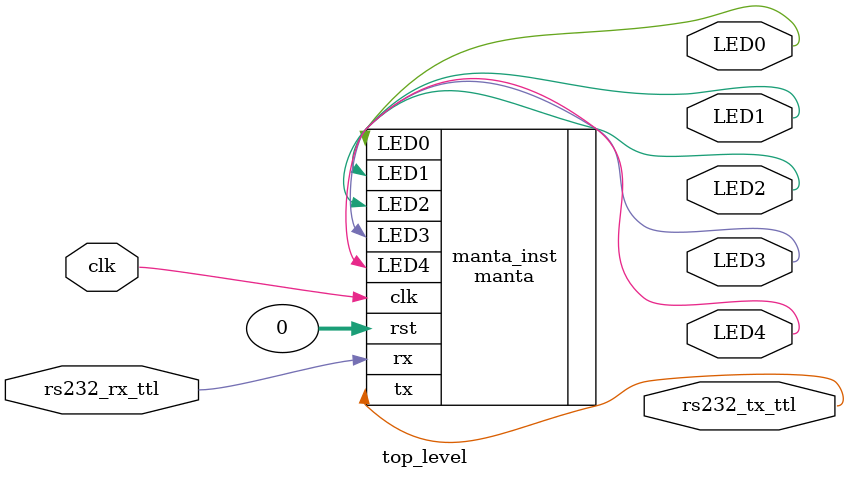
<source format=sv>
`default_nettype none
`timescale 1ns / 1ps

`include "manta.v"

module top_level (
	input wire clk,

    output logic LED0,
    output logic LED1,
    output logic LED2,
    output logic LED3,
    output logic LED4,

	input wire rs232_rx_ttl,
	output logic rs232_tx_ttl
	);

    manta manta_inst (
        .clk(clk),
        .rst(0),

        .rx(rs232_rx_ttl),
        .tx(rs232_tx_ttl),

        .LED0(LED0),
        .LED1(LED1),
        .LED2(LED2),
        .LED3(LED3),
        .LED4(LED4));
endmodule

`default_nettype wire
</source>
